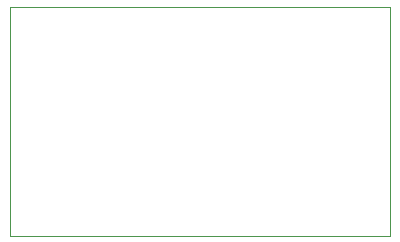
<source format=gbr>
%TF.GenerationSoftware,KiCad,Pcbnew,(6.0.4)*%
%TF.CreationDate,2022-07-27T01:32:54-04:00*%
%TF.ProjectId,Oscillator,4f736369-6c6c-4617-946f-722e6b696361,rev?*%
%TF.SameCoordinates,Original*%
%TF.FileFunction,Profile,NP*%
%FSLAX46Y46*%
G04 Gerber Fmt 4.6, Leading zero omitted, Abs format (unit mm)*
G04 Created by KiCad (PCBNEW (6.0.4)) date 2022-07-27 01:32:54*
%MOMM*%
%LPD*%
G01*
G04 APERTURE LIST*
%TA.AperFunction,Profile*%
%ADD10C,0.100000*%
%TD*%
G04 APERTURE END LIST*
D10*
X133200000Y-86400000D02*
X165400000Y-86400000D01*
X165400000Y-67000000D02*
X133200000Y-67000000D01*
X133200000Y-67000000D02*
X133200000Y-86400000D01*
X165400000Y-86400000D02*
X165400000Y-67000000D01*
M02*

</source>
